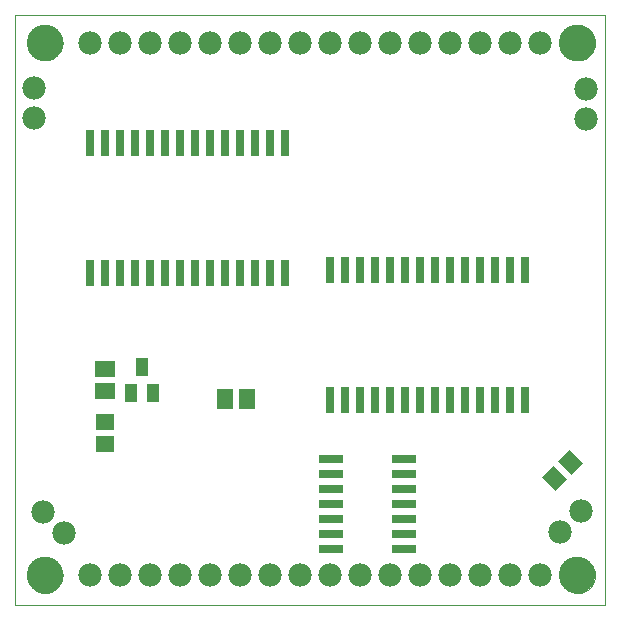
<source format=gts>
G75*
%MOIN*%
%OFA0B0*%
%FSLAX24Y24*%
%IPPOS*%
%LPD*%
%AMOC8*
5,1,8,0,0,1.08239X$1,22.5*
%
%ADD10C,0.0000*%
%ADD11C,0.1221*%
%ADD12R,0.0276X0.0906*%
%ADD13C,0.0780*%
%ADD14R,0.0840X0.0300*%
%ADD15R,0.0434X0.0591*%
%ADD16R,0.0670X0.0552*%
%ADD17R,0.0552X0.0670*%
%ADD18R,0.0631X0.0552*%
%ADD19R,0.0552X0.0631*%
D10*
X000100Y000100D02*
X000100Y019785D01*
X019785Y019785D01*
X019785Y000100D01*
X000100Y000100D01*
X000509Y001100D02*
X000511Y001148D01*
X000517Y001196D01*
X000527Y001243D01*
X000540Y001289D01*
X000558Y001334D01*
X000578Y001378D01*
X000603Y001420D01*
X000631Y001459D01*
X000661Y001496D01*
X000695Y001530D01*
X000732Y001562D01*
X000770Y001591D01*
X000811Y001616D01*
X000854Y001638D01*
X000899Y001656D01*
X000945Y001670D01*
X000992Y001681D01*
X001040Y001688D01*
X001088Y001691D01*
X001136Y001690D01*
X001184Y001685D01*
X001232Y001676D01*
X001278Y001664D01*
X001323Y001647D01*
X001367Y001627D01*
X001409Y001604D01*
X001449Y001577D01*
X001487Y001547D01*
X001522Y001514D01*
X001554Y001478D01*
X001584Y001440D01*
X001610Y001399D01*
X001632Y001356D01*
X001652Y001312D01*
X001667Y001267D01*
X001679Y001220D01*
X001687Y001172D01*
X001691Y001124D01*
X001691Y001076D01*
X001687Y001028D01*
X001679Y000980D01*
X001667Y000933D01*
X001652Y000888D01*
X001632Y000844D01*
X001610Y000801D01*
X001584Y000760D01*
X001554Y000722D01*
X001522Y000686D01*
X001487Y000653D01*
X001449Y000623D01*
X001409Y000596D01*
X001367Y000573D01*
X001323Y000553D01*
X001278Y000536D01*
X001232Y000524D01*
X001184Y000515D01*
X001136Y000510D01*
X001088Y000509D01*
X001040Y000512D01*
X000992Y000519D01*
X000945Y000530D01*
X000899Y000544D01*
X000854Y000562D01*
X000811Y000584D01*
X000770Y000609D01*
X000732Y000638D01*
X000695Y000670D01*
X000661Y000704D01*
X000631Y000741D01*
X000603Y000780D01*
X000578Y000822D01*
X000558Y000866D01*
X000540Y000911D01*
X000527Y000957D01*
X000517Y001004D01*
X000511Y001052D01*
X000509Y001100D01*
X000509Y018850D02*
X000511Y018898D01*
X000517Y018946D01*
X000527Y018993D01*
X000540Y019039D01*
X000558Y019084D01*
X000578Y019128D01*
X000603Y019170D01*
X000631Y019209D01*
X000661Y019246D01*
X000695Y019280D01*
X000732Y019312D01*
X000770Y019341D01*
X000811Y019366D01*
X000854Y019388D01*
X000899Y019406D01*
X000945Y019420D01*
X000992Y019431D01*
X001040Y019438D01*
X001088Y019441D01*
X001136Y019440D01*
X001184Y019435D01*
X001232Y019426D01*
X001278Y019414D01*
X001323Y019397D01*
X001367Y019377D01*
X001409Y019354D01*
X001449Y019327D01*
X001487Y019297D01*
X001522Y019264D01*
X001554Y019228D01*
X001584Y019190D01*
X001610Y019149D01*
X001632Y019106D01*
X001652Y019062D01*
X001667Y019017D01*
X001679Y018970D01*
X001687Y018922D01*
X001691Y018874D01*
X001691Y018826D01*
X001687Y018778D01*
X001679Y018730D01*
X001667Y018683D01*
X001652Y018638D01*
X001632Y018594D01*
X001610Y018551D01*
X001584Y018510D01*
X001554Y018472D01*
X001522Y018436D01*
X001487Y018403D01*
X001449Y018373D01*
X001409Y018346D01*
X001367Y018323D01*
X001323Y018303D01*
X001278Y018286D01*
X001232Y018274D01*
X001184Y018265D01*
X001136Y018260D01*
X001088Y018259D01*
X001040Y018262D01*
X000992Y018269D01*
X000945Y018280D01*
X000899Y018294D01*
X000854Y018312D01*
X000811Y018334D01*
X000770Y018359D01*
X000732Y018388D01*
X000695Y018420D01*
X000661Y018454D01*
X000631Y018491D01*
X000603Y018530D01*
X000578Y018572D01*
X000558Y018616D01*
X000540Y018661D01*
X000527Y018707D01*
X000517Y018754D01*
X000511Y018802D01*
X000509Y018850D01*
X018259Y018850D02*
X018261Y018898D01*
X018267Y018946D01*
X018277Y018993D01*
X018290Y019039D01*
X018308Y019084D01*
X018328Y019128D01*
X018353Y019170D01*
X018381Y019209D01*
X018411Y019246D01*
X018445Y019280D01*
X018482Y019312D01*
X018520Y019341D01*
X018561Y019366D01*
X018604Y019388D01*
X018649Y019406D01*
X018695Y019420D01*
X018742Y019431D01*
X018790Y019438D01*
X018838Y019441D01*
X018886Y019440D01*
X018934Y019435D01*
X018982Y019426D01*
X019028Y019414D01*
X019073Y019397D01*
X019117Y019377D01*
X019159Y019354D01*
X019199Y019327D01*
X019237Y019297D01*
X019272Y019264D01*
X019304Y019228D01*
X019334Y019190D01*
X019360Y019149D01*
X019382Y019106D01*
X019402Y019062D01*
X019417Y019017D01*
X019429Y018970D01*
X019437Y018922D01*
X019441Y018874D01*
X019441Y018826D01*
X019437Y018778D01*
X019429Y018730D01*
X019417Y018683D01*
X019402Y018638D01*
X019382Y018594D01*
X019360Y018551D01*
X019334Y018510D01*
X019304Y018472D01*
X019272Y018436D01*
X019237Y018403D01*
X019199Y018373D01*
X019159Y018346D01*
X019117Y018323D01*
X019073Y018303D01*
X019028Y018286D01*
X018982Y018274D01*
X018934Y018265D01*
X018886Y018260D01*
X018838Y018259D01*
X018790Y018262D01*
X018742Y018269D01*
X018695Y018280D01*
X018649Y018294D01*
X018604Y018312D01*
X018561Y018334D01*
X018520Y018359D01*
X018482Y018388D01*
X018445Y018420D01*
X018411Y018454D01*
X018381Y018491D01*
X018353Y018530D01*
X018328Y018572D01*
X018308Y018616D01*
X018290Y018661D01*
X018277Y018707D01*
X018267Y018754D01*
X018261Y018802D01*
X018259Y018850D01*
X018259Y001100D02*
X018261Y001148D01*
X018267Y001196D01*
X018277Y001243D01*
X018290Y001289D01*
X018308Y001334D01*
X018328Y001378D01*
X018353Y001420D01*
X018381Y001459D01*
X018411Y001496D01*
X018445Y001530D01*
X018482Y001562D01*
X018520Y001591D01*
X018561Y001616D01*
X018604Y001638D01*
X018649Y001656D01*
X018695Y001670D01*
X018742Y001681D01*
X018790Y001688D01*
X018838Y001691D01*
X018886Y001690D01*
X018934Y001685D01*
X018982Y001676D01*
X019028Y001664D01*
X019073Y001647D01*
X019117Y001627D01*
X019159Y001604D01*
X019199Y001577D01*
X019237Y001547D01*
X019272Y001514D01*
X019304Y001478D01*
X019334Y001440D01*
X019360Y001399D01*
X019382Y001356D01*
X019402Y001312D01*
X019417Y001267D01*
X019429Y001220D01*
X019437Y001172D01*
X019441Y001124D01*
X019441Y001076D01*
X019437Y001028D01*
X019429Y000980D01*
X019417Y000933D01*
X019402Y000888D01*
X019382Y000844D01*
X019360Y000801D01*
X019334Y000760D01*
X019304Y000722D01*
X019272Y000686D01*
X019237Y000653D01*
X019199Y000623D01*
X019159Y000596D01*
X019117Y000573D01*
X019073Y000553D01*
X019028Y000536D01*
X018982Y000524D01*
X018934Y000515D01*
X018886Y000510D01*
X018838Y000509D01*
X018790Y000512D01*
X018742Y000519D01*
X018695Y000530D01*
X018649Y000544D01*
X018604Y000562D01*
X018561Y000584D01*
X018520Y000609D01*
X018482Y000638D01*
X018445Y000670D01*
X018411Y000704D01*
X018381Y000741D01*
X018353Y000780D01*
X018328Y000822D01*
X018308Y000866D01*
X018290Y000911D01*
X018277Y000957D01*
X018267Y001004D01*
X018261Y001052D01*
X018259Y001100D01*
D11*
X018850Y001100D03*
X018850Y018850D03*
X001100Y018850D03*
X001100Y001100D03*
D12*
X010600Y006935D03*
X011100Y006935D03*
X011600Y006935D03*
X012100Y006935D03*
X012600Y006935D03*
X013100Y006935D03*
X013600Y006935D03*
X014100Y006935D03*
X014600Y006935D03*
X015100Y006935D03*
X015600Y006935D03*
X016100Y006935D03*
X016600Y006935D03*
X017100Y006935D03*
X017100Y011265D03*
X016600Y011265D03*
X016100Y011265D03*
X015600Y011265D03*
X015100Y011265D03*
X014600Y011265D03*
X014100Y011265D03*
X013600Y011265D03*
X013100Y011265D03*
X012600Y011265D03*
X012100Y011265D03*
X011600Y011265D03*
X011100Y011265D03*
X010600Y011265D03*
X009100Y011185D03*
X008600Y011185D03*
X008100Y011185D03*
X007600Y011185D03*
X007100Y011185D03*
X006600Y011185D03*
X006100Y011185D03*
X005600Y011185D03*
X005100Y011185D03*
X004600Y011185D03*
X004100Y011185D03*
X003600Y011185D03*
X003100Y011185D03*
X002600Y011185D03*
X002600Y015515D03*
X003100Y015515D03*
X003600Y015515D03*
X004100Y015515D03*
X004600Y015515D03*
X005100Y015515D03*
X005600Y015515D03*
X006100Y015515D03*
X006600Y015515D03*
X007100Y015515D03*
X007600Y015515D03*
X008100Y015515D03*
X008600Y015515D03*
X009100Y015515D03*
D13*
X008600Y018850D03*
X007600Y018850D03*
X006600Y018850D03*
X005600Y018850D03*
X004600Y018850D03*
X003600Y018850D03*
X002600Y018850D03*
X000746Y017350D03*
X000746Y016350D03*
X009600Y018850D03*
X010600Y018850D03*
X011600Y018850D03*
X012600Y018850D03*
X013600Y018850D03*
X014600Y018850D03*
X015600Y018850D03*
X016600Y018850D03*
X017600Y018850D03*
X019130Y017320D03*
X019130Y016320D03*
X018984Y003234D03*
X018277Y002527D03*
X017600Y001100D03*
X016600Y001100D03*
X015600Y001100D03*
X014600Y001100D03*
X013600Y001100D03*
X012600Y001100D03*
X011600Y001100D03*
X010600Y001100D03*
X009600Y001100D03*
X008600Y001100D03*
X007600Y001100D03*
X006600Y001100D03*
X005600Y001100D03*
X004600Y001100D03*
X003600Y001100D03*
X002600Y001100D03*
X001746Y002496D03*
X001039Y003204D03*
D14*
X010640Y002975D03*
X010640Y002475D03*
X010640Y001975D03*
X010640Y003475D03*
X010640Y003975D03*
X010640Y004475D03*
X010640Y004975D03*
X013060Y004975D03*
X013060Y004475D03*
X013060Y003975D03*
X013060Y003475D03*
X013060Y002975D03*
X013060Y002475D03*
X013060Y001975D03*
D15*
X004724Y007167D03*
X003976Y007167D03*
X004350Y008033D03*
D16*
X003100Y007974D03*
X003100Y007226D03*
D17*
X007101Y006975D03*
X007849Y006975D03*
D18*
X003100Y006224D03*
X003100Y005476D03*
D19*
G36*
X018503Y004309D02*
X018113Y003919D01*
X017669Y004363D01*
X018059Y004753D01*
X018503Y004309D01*
G37*
G36*
X019031Y004837D02*
X018641Y004447D01*
X018197Y004891D01*
X018587Y005281D01*
X019031Y004837D01*
G37*
M02*

</source>
